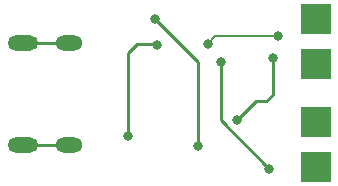
<source format=gbr>
%TF.GenerationSoftware,KiCad,Pcbnew,6.0.10+dfsg-1~bpo11+1*%
%TF.CreationDate,2023-01-21T14:50:41+00:00*%
%TF.ProjectId,tp4056,74703430-3536-42e6-9b69-6361645f7063,rev?*%
%TF.SameCoordinates,Original*%
%TF.FileFunction,Copper,L2,Bot*%
%TF.FilePolarity,Positive*%
%FSLAX46Y46*%
G04 Gerber Fmt 4.6, Leading zero omitted, Abs format (unit mm)*
G04 Created by KiCad (PCBNEW 6.0.10+dfsg-1~bpo11+1) date 2023-01-21 14:50:41*
%MOMM*%
%LPD*%
G01*
G04 APERTURE LIST*
%TA.AperFunction,ComponentPad*%
%ADD10O,2.300000X1.300000*%
%TD*%
%TA.AperFunction,ComponentPad*%
%ADD11O,2.600000X1.300000*%
%TD*%
%TA.AperFunction,ComponentPad*%
%ADD12R,2.500000X2.500000*%
%TD*%
%TA.AperFunction,ViaPad*%
%ADD13C,0.800000*%
%TD*%
%TA.AperFunction,Conductor*%
%ADD14C,0.250000*%
%TD*%
%TA.AperFunction,Conductor*%
%ADD15C,0.200000*%
%TD*%
G04 APERTURE END LIST*
D10*
%TO.P,P1,S1,SHIELD*%
%TO.N,GND*%
X134065000Y-90160000D03*
D11*
X130240000Y-98800000D03*
D10*
X134065000Y-98800000D03*
D11*
X130240000Y-90160000D03*
%TD*%
D12*
%TO.P,J5,1,Pin_1*%
%TO.N,GND*%
X154975000Y-100644840D03*
%TD*%
%TO.P,J4,1,Pin_1*%
%TO.N,BAT-*%
X154970000Y-96859840D03*
%TD*%
%TO.P,J7,1,Pin_1*%
%TO.N,BAT+*%
X154980000Y-91899840D03*
%TD*%
%TO.P,J6,1,Pin_1*%
%TO.N,BAT+*%
X154975000Y-88154840D03*
%TD*%
D13*
%TO.N,Net-(U2-Pad3)*%
X148320000Y-96690000D03*
%TO.N,/OC*%
X146930000Y-91780000D03*
X151050000Y-100830000D03*
%TO.N,VIN*%
X141410000Y-88160000D03*
X145030000Y-98900000D03*
%TO.N,BAT+*%
X145830000Y-90260000D03*
X151834622Y-89575378D03*
%TO.N,Net-(R1-Pad2)*%
X139090000Y-98070000D03*
X141560000Y-90290000D03*
%TO.N,Net-(U2-Pad3)*%
X151343500Y-91470000D03*
%TD*%
D14*
%TO.N,Net-(U2-Pad3)*%
X150810000Y-95080000D02*
X151343500Y-94546500D01*
X149930000Y-95080000D02*
X150810000Y-95080000D01*
X148320000Y-96690000D02*
X149930000Y-95080000D01*
X151343500Y-94096500D02*
X151343500Y-91470000D01*
X151343500Y-94546500D02*
X151343500Y-94096500D01*
%TO.N,/OC*%
X151050000Y-100830000D02*
X146930000Y-96710000D01*
X146930000Y-96710000D02*
X146930000Y-91780000D01*
%TO.N,VIN*%
X145030000Y-91780000D02*
X141410000Y-88160000D01*
X145030000Y-98900000D02*
X145030000Y-91780000D01*
%TO.N,Net-(R1-Pad2)*%
X139090000Y-91040000D02*
X139890000Y-90240000D01*
X139090000Y-98070000D02*
X139090000Y-91040000D01*
X139890000Y-90240000D02*
X141510000Y-90240000D01*
X141510000Y-90240000D02*
X141560000Y-90290000D01*
D15*
%TO.N,BAT+*%
X151820000Y-89590000D02*
X151834622Y-89575378D01*
X145830000Y-90260000D02*
X146500000Y-89590000D01*
X146500000Y-89590000D02*
X151820000Y-89590000D01*
D14*
%TO.N,GND*%
X134060000Y-98800000D02*
X130235000Y-98800000D01*
X134060000Y-90160000D02*
X130235000Y-90160000D01*
%TD*%
M02*

</source>
